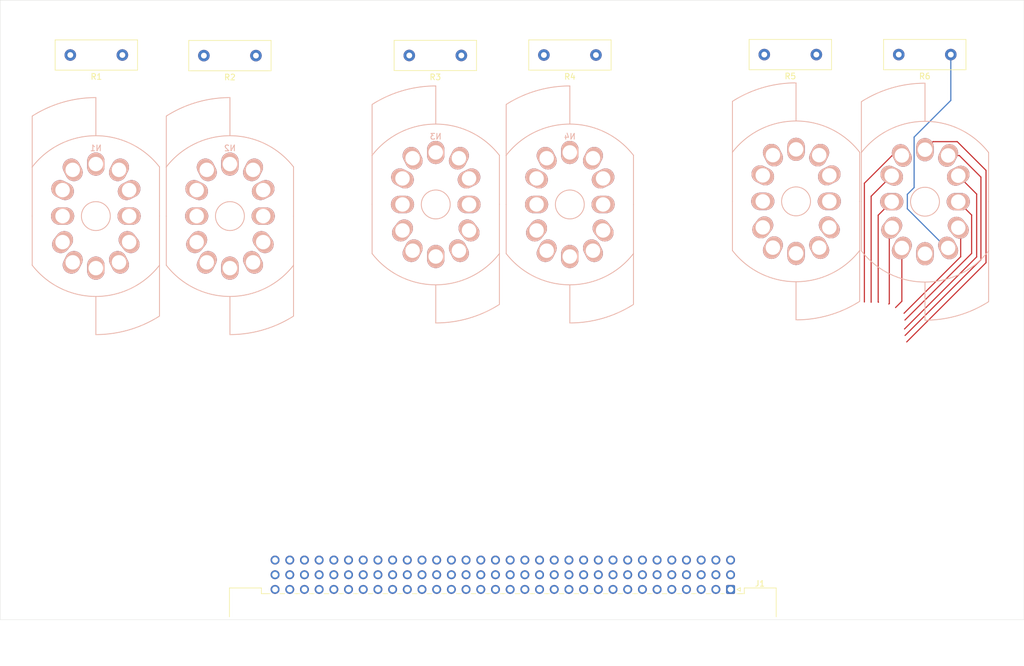
<source format=kicad_pcb>
(kicad_pcb (version 20240108) (generator "pcbnew") (generator_version "8.0")
  (layers (0 "F.Cu" signal) (31 "B.Cu" signal) (34 "B.Paste" user) (35 "F.Paste" user) (36 "B.SilkS" user "B.Silkscreen") (37 "F.SilkS" user "F.Silkscreen") (38 "B.Mask" user) (39 "F.Mask" user) (44 "Edge.Cuts" user))
  (net 0 "")
  (net 1 "/T3-6")
  (net 2 "/T2-9")
  (net 3 "/T3-2")
  (net 4 "/T4-6")
  (net 5 "/T1-4")
  (net 6 "/T6-2")
  (net 7 "Net-(J1-Pin_b1)")
  (net 8 "/T1-7")
  (net 9 "/T4-3")
  (net 10 "/T5-1")
  (net 11 "/T3-4")
  (net 12 "/T6-6")
  (net 13 "/T4-0")
  (net 14 "/T2-7")
  (net 15 "/T6-8")
  (net 16 "/T5-7")
  (net 17 "/T6-0")
  (net 18 "/T4-7")
  (net 19 "/T2-1")
  (net 20 "/T2-2")
  (net 21 "/T5-3")
  (net 22 "/T6-7")
  (net 23 "/T1-5")
  (net 24 "/T5-0")
  (net 25 "/T6-9")
  (net 26 "/T5-6")
  (net 27 "/T4-8")
  (net 28 "/T5-2")
  (net 29 "/T1-8")
  (net 30 "/T6-4")
  (net 31 "/T5-4")
  (net 32 "/T5-5")
  (net 33 "/T2-4")
  (net 34 "/T2-6")
  (net 35 "/T4-4")
  (net 37 "/T4-9")
  (net 38 "/T1-3")
  (net 39 "/T1-9")
  (net 40 "/T1-6")
  (net 41 "/T3-8")
  (net 42 "/T2-8")
  (net 43 "/T5-9")
  (net 44 "/T3-9")
  (net 46 "/T3-7")
  (net 47 "/T4-2")
  (net 48 "/T2-5")
  (net 49 "/T2-3")
  (net 50 "/T6-1")
  (net 51 "/T2-0")
  (net 52 "/T1-0")
  (net 53 "/T3-0")
  (net 54 "/T6-5")
  (net 55 "/T4-5")
  (net 56 "/T3-5")
  (net 57 "/T1-2")
  (net 58 "/T1-1")
  (net 59 "/T6-3")
  (net 60 "/T3-3")
  (net 61 "/T5-8")
  (net 62 "/T4-1")
  (net 63 "/T3-1")
  (net 64 "Net-(N1-A)")
  (net 66 "Net-(N2-A)")
  (net 68 "Net-(N3-A)")
  (net 71 "Net-(N4-A)")
  (net 73 "Net-(N5-A)")
  (net 75 "Net-(N6-A)")
  (footprint "Connector_DIN:DIN41612_R_3x32_Female_Horizontal_THT" (layer "F.Cu") (at 180.4416 122.0216 180)
    (property "Reference" "J1" (at -5.08 1 0) (layer "F.SilkS"))
    (property "Value" "DIN41612_03x32_ABC")
    (fp_line (start 86.63 0.26) (end 81.11 0.26) (stroke (width 0.12)) (layer "F.SilkS"))
    (fp_line (start 86.63 -4.74) (end 86.63 0.26) (stroke (width 0.12)) (layer "F.SilkS"))
    (fp_line (start 81.11 0.26) (end 81.11 -0.74) (stroke (width 0.12)) (layer "F.SilkS"))
    (fp_line (start 79.61 -0.74) (end 81.11 -0.74) (stroke (width 0.12)) (layer "F.SilkS"))
    (fp_line (start 77.07 -0.74) (end 77.871 -0.74) (stroke (width 0.12)) (layer "F.SilkS"))
    (fp_line (start 74.53 -0.74) (end 75.331 -0.74) (stroke (width 0.12)) (layer "F.SilkS"))
    (fp_line (start 71.99 -0.74) (end 72.791 -0.74) (stroke (width 0.12)) (layer "F.SilkS"))
    (fp_line (start 69.45 -0.74) (end 70.251 -0.74) (stroke (width 0.12)) (layer "F.SilkS"))
    (fp_line (start 66.91 -0.74) (end 67.711 -0.74) (stroke (width 0.12)) (layer "F.SilkS"))
    (fp_line (start 64.37 -0.74) (end 65.171 -0.74) (stroke (width 0.12)) (layer "F.SilkS"))
    (fp_line (start 61.83 -0.74) (end 62.631 -0.74) (stroke (width 0.12)) (layer "F.SilkS"))
    (fp_line (start 59.29 -0.74) (end 60.091 -0.74) (stroke (width 0.12)) (layer "F.SilkS"))
    (fp_line (start 56.75 -0.74) (end 57.551 -0.74) (stroke (width 0.12)) (layer "F.SilkS"))
    (fp_line (start 54.21 -0.74) (end 55.011 -0.74) (stroke (width 0.12)) (layer "F.SilkS"))
    (fp_line (start 51.67 -0.74) (end 52.471 -0.74) (stroke (width 0.12)) (layer "F.SilkS"))
    (fp_line (start 49.13 -0.74) (end 49.931 -0.74) (stroke (width 0.12)) (layer "F.SilkS"))
    (fp_line (start 46.59 -0.74) (end 47.391 -0.74) (stroke (width 0.12)) (layer "F.SilkS"))
    (fp_line (start 44.05 -0.74) (end 44.851 -0.74) (stroke (width 0.12)) (layer "F.SilkS"))
    (fp_line (start 41.51 -0.74) (end 42.311 -0.74) (stroke (width 0.12)) (layer "F.SilkS"))
    (fp_line (start 38.97 -0.74) (end 39.771 -0.74) (stroke (width 0.12)) (layer "F.SilkS"))
    (fp_line (start 36.43 -0.74) (end 37.231 -0.74) (stroke (width 0.12)) (layer "F.SilkS"))
    (fp_line (start 33.89 -0.74) (end 34.691 -0.74) (stroke (width 0.12)) (layer "F.SilkS"))
    (fp_line (start 31.35 -0.74) (end 32.151 -0.74) (stroke (width 0.12)) (layer "F.SilkS"))
    (fp_line (start 28.81 -0.74) (end 29.611 -0.74) (stroke (width 0.12)) (layer "F.SilkS"))
    (fp_line (start 26.27 -0.74) (end 27.071 -0.74) (stroke (width 0.12)) (layer "F.SilkS"))
    (fp_line (start 23.73 -0.74) (end 24.531 -0.74) (stroke (width 0.12)) (layer "F.SilkS"))
    (fp_line (start 21.19 -0.74) (end 21.991 -0.74) (stroke (width 0.12)) (layer "F.SilkS"))
    (fp_line (start 18.65 -0.74) (end 19.451 -0.74) (stroke (width 0.12)) (layer "F.SilkS"))
    (fp_line (start 16.11 -0.74) (end 16.911 -0.74) (stroke (width 0.12)) (layer "F.SilkS"))
    (fp_line (start 13.57 -0.74) (end 14.371 -0.74) (stroke (width 0.12)) (layer "F.SilkS"))
    (fp_line (start 11.03 -0.74) (end 11.831 -0.74) (stroke (width 0.12)) (layer "F.SilkS"))
    (fp_line (start 8.49 -0.74) (end 9.291 -0.74) (stroke (width 0.12)) (layer "F.SilkS"))
    (fp_line (start 5.95 -0.74) (end 6.751 -0.74) (stroke (width 0.12)) (layer "F.SilkS"))
    (fp_line (start 3.41 -0.74) (end 4.211 -0.74) (stroke (width 0.12)) (layer "F.SilkS"))
    (fp_line (start 1.095 -0.74) (end 1.671 -0.74) (stroke (width 0.12)) (layer "F.SilkS"))
    (fp_line (start -1.095 0) (end -1.695 -0.3) (stroke (width 0.12)) (layer "F.SilkS"))
    (fp_line (start -1.695 0.3) (end -1.095 0) (stroke (width 0.12)) (layer "F.SilkS"))
    (fp_line (start -1.695 -0.3) (end -1.695 0.3) (stroke (width 0.12)) (layer "F.SilkS"))
    (fp_line (start -2.37 0.26) (end -2.37 -0.74) (stroke (width 0.12)) (layer "F.SilkS"))
    (fp_line (start -2.371 -0.74) (end -1.095 -0.74) (stroke (width 0.12)) (layer "F.SilkS"))
    (fp_line (start -7.89 0.26) (end -2.37 0.26) (stroke (width 0.12)) (layer "F.SilkS"))
    (fp_line (start -7.89 -4.74) (end -7.89 0.26) (stroke (width 0.12)) (layer "F.SilkS"))
    (pad "" np_thru_hole circle (at -5.08 -2.54 180) (size 2.85 2.85) (drill 2.85) (layers "*.Cu" "*.Mask"))
    (pad "" np_thru_hole circle (at 83.82 -2.54 180) (size 2.85 2.85) (drill 2.85) (layers "*.Cu" "*.Mask"))
    (pad "a1" thru_hole roundrect (at 0 0 180) (size 1.55 1.55) (drill 1) (layers "*.Cu" "*.Mask") (roundrect_rratio 0.16129))
    (pad "a2" thru_hole circle (at 2.54 0 180) (size 1.55 1.55) (drill 1) (layers "*.Cu" "*.Mask"))
    (pad "a3" thru_hole circle (at 5.08 0 180) (size 1.55 1.55) (drill 1) (layers "*.Cu" "*.Mask") (net 44 "/T3-9"))
    (pad "a4" thru_hole circle (at 7.62 0 180) (size 1.55 1.55) (drill 1) (layers "*.Cu" "*.Mask") (net 41 "/T3-8"))
    (pad "a5" thru_hole circle (at 10.16 0 180) (size 1.55 1.55) (drill 1) (layers "*.Cu" "*.Mask") (net 46 "/T3-7"))
    (pad "a6" thru_hole circle (at 12.7 0 180) (size 1.55 1.55) (drill 1) (layers "*.Cu" "*.Mask") (net 1 "/T3-6"))
    (pad "a7" thru_hole circle (at 15.24 0 180) (size 1.55 1.55) (drill 1) (layers "*.Cu" "*.Mask") (net 56 "/T3-5"))
    (pad "a8" thru_hole circle (at 17.78 0 180) (size 1.55 1.55) (drill 1) (layers "*.Cu" "*.Mask") (net 11 "/T3-4"))
    (pad "a9" thru_hole circle (at 20.32 0 180) (size 1.55 1.55) (drill 1) (layers "*.Cu" "*.Mask") (net 60 "/T3-3"))
    (pad "a10" thru_hole circle (at 22.86 0 180) (size 1.55 1.55) (drill 1) (layers "*.Cu" "*.Mask") (net 3 "/T3-2"))
    (pad "a11" thru_hole circle (at 25.4 0 180) (size 1.55 1.55) (drill 1) (layers "*.Cu" "*.Mask") (net 63 "/T3-1"))
    (pad "a12" thru_hole circle (at 27.94 0 180) (size 1.55 1.55) (drill 1) (layers "*.Cu" "*.Mask") (net 53 "/T3-0"))
    (pad "a13" thru_hole circle (at 30.48 0 180) (size 1.55 1.55) (drill 1) (layers "*.Cu" "*.Mask") (net 2 "/T2-9"))
    (pad "a14" thru_hole circle (at 33.02 0 180) (size 1.55 1.55) (drill 1) (layers "*.Cu" "*.Mask") (net 42 "/T2-8"))
    (pad "a15" thru_hole circle (at 35.56 0 180) (size 1.55 1.55) (drill 1) (layers "*.Cu" "*.Mask") (net 14 "/T2-7"))
    (pad "a16" thru_hole circle (at 38.1 0 180) (size 1.55 1.55) (drill 1) (layers "*.Cu" "*.Mask") (net 34 "/T2-6"))
    (pad "a17" thru_hole circle (at 40.64 0 180) (size 1.55 1.55) (drill 1) (layers "*.Cu" "*.Mask") (net 48 "/T2-5"))
    (pad "a18" thru_hole circle (at 43.18 0 180) (size 1.55 1.55) (drill 1) (layers "*.Cu" "*.Mask") (net 33 "/T2-4"))
    (pad "a19" thru_hole circle (at 45.72 0 180) (size 1.55 1.55) (drill 1) (layers "*.Cu" "*.Mask") (net 49 "/T2-3"))
    (pad "a20" thru_hole circle (at 48.26 0 180) (size 1.55 1.55) (drill 1) (layers "*.Cu" "*.Mask") (net 20 "/T2-2"))
    (pad "a21" thru_hole circle (at 50.8 0 180) (size 1.55 1.55) (drill 1) (layers "*.Cu" "*.Mask") (net 19 "/T2-1"))
    (pad "a22" thru_hole circle (at 53.34 0 180) (size 1.55 1.55) (drill 1) (layers "*.Cu" "*.Mask") (net 51 "/T2-0"))
    (pad "a23" thru_hole circle (at 55.88 0 180) (size 1.55 1.55) (drill 1) (layers "*.Cu" "*.Mask") (net 39 "/T1-9"))
    (pad "a24" thru_hole circle (at 58.42 0 180) (size 1.55 1.55) (drill 1) (layers "*.Cu" "*.Mask") (net 29 "/T1-8"))
    (pad "a25" thru_hole circle (at 60.96 0 180) (size 1.55 1.55) (drill 1) (layers "*.Cu" "*.Mask") (net 8 "/T1-7"))
    (pad "a26" thru_hole circle (at 63.5 0 180) (size 1.55 1.55) (drill 1) (layers "*.Cu" "*.Mask") (net 40 "/T1-6"))
    (pad "a27" thru_hole circle (at 66.04 0 180) (size 1.55 1.55) (drill 1) (layers "*.Cu" "*.Mask") (net 23 "/T1-5"))
    (pad "a28" thru_hole circle (at 68.58 0 180) (size 1.55 1.55) (drill 1) (layers "*.Cu" "*.Mask") (net 5 "/T1-4"))
    (pad "a29" thru_hole circle (at 71.12 0 180) (size 1.55 1.55) (drill 1) (layers "*.Cu" "*.Mask") (net 38 "/T1-3"))
    (pad "a30" thru_hole circle (at 73.66 0 180) (size 1.55 1.55) (drill 1) (layers "*.Cu" "*.Mask") (net 57 "/T1-2"))
    (pad "a31" thru_hole circle (at 76.2 0 180) (size 1.55 1.55) (drill 1) (layers "*.Cu" "*.Mask") (net 58 "/T1-1"))
    (pad "a32" thru_hole circle (at 78.74 0 180) (size 1.55 1.55) (drill 1) (layers "*.Cu" "*.Mask") (net 52 "/T1-0"))
    (pad "b1" thru_hole circle (at 0 2.54 180) (size 1.55 1.55) (drill 1) (layers "*.Cu" "*.Mask") (net 7 "Net-(J1-Pin_b1)"))
    (pad "b2" thru_hole circle (at 2.54 2.54 180) (size 1.55 1.55) (drill 1) (layers "*.Cu" "*.Mask") (net 7 "Net-(J1-Pin_b1)"))
    (pad "b3" thru_hole circle (at 5.08 2.54 180) (size 1.55 1.55) (drill 1) (layers "*.Cu" "*.Mask") (net 7 "Net-(J1-Pin_b1)"))
    (pad "b4" thru_hole circle (at 7.62 2.54 180) (size 1.55 1.55) (drill 1) (layers "*.Cu" "*.Mask") (net 7 "Net-(J1-Pin_b1)"))
    (pad "b5" thru_hole circle (at 10.16 2.54 180) (size 1.55 1.55) (drill 1) (layers "*.Cu" "*.Mask") (net 7 "Net-(J1-Pin_b1)"))
    (pad "b6" thru_hole circle (at 12.7 2.54 180) (size 1.55 1.55) (drill 1) (layers "*.Cu" "*.Mask") (net 7 "Net-(J1-Pin_b1)"))
    (pad "b7" thru_hole circle (at 15.24 2.54 180) (size 1.55 1.55) (drill 1) (layers "*.Cu" "*.Mask") (net 7 "Net-(J1-Pin_b1)"))
    (pad "b8" thru_hole circle (at 17.78 2.54 180) (size 1.55 1.55) (drill 1) (layers "*.Cu" "*.Mask") (net 7 "Net-(J1-Pin_b1)"))
    (pad "b9" thru_hole circle (at 20.32 2.54 180) (size 1.55 1.55) (drill 1) (layers "*.Cu" "*.Mask") (net 7 "Net-(J1-Pin_b1)"))
    (pad "b10" thru_hole circle (at 22.86 2.54 180) (size 1.55 1.55) (drill 1) (layers "*.Cu" "*.Mask") (net 7 "Net-(J1-Pin_b1)"))
    (pad "b11" thru_hole circle (at 25.4 2.54 180) (size 1.55 1.55) (drill 1) (layers "*.Cu" "*.Mask") (net 7 "Net-(J1-Pin_b1)"))
    (pad "b12" thru_hole circle (at 27.94 2.54 180) (size 1.55 1.55) (drill 1) (layers "*.Cu" "*.Mask") (net 7 "Net-(J1-Pin_b1)"))
    (pad "b13" thru_hole circle (at 30.48 2.54 180) (size 1.55 1.55) (drill 1) (layers "*.Cu" "*.Mask") (net 7 "Net-(J1-Pin_b1)"))
    (pad "b14" thru_hole circle (at 33.02 2.54 180) (size 1.55 1.55) (drill 1) (layers "*.Cu" "*.Mask") (net 7 "Net-(J1-Pin_b1)"))
    (pad "b15" thru_hole circle (at 35.56 2.54 180) (size 1.55 1.55) (drill 1) (layers "*.Cu" "*.Mask") (net 7 "Net-(J1-Pin_b1)"))
    (pad "b16" thru_hole circle (at 38.1 2.54 180) (size 1.55 1.55) (drill 1) (layers "*.Cu" "*.Mask") (net 7 "Net-(J1-Pin_b1)"))
    (pad "b17" thru_hole circle (at 40.64 2.54 180) (size 1.55 1.55) (drill 1) (layers "*.Cu" "*.Mask") (net 7 "Net-(J1-Pin_b1)"))
    (pad "b18" thru_hole circle (at 43.18 2.54 180) (size 1.55 1.55) (drill 1) (layers "*.Cu" "*.Mask") (net 7 "Net-(J1-Pin_b1)"))
    (pad "b19" thru_hole circle (at 45.72 2.54 180) (size 1.55 1.55) (drill 1) (layers "*.Cu" "*.Mask") (net 7 "Net-(J1-Pin_b1)"))
    (pad "b20" thru_hole circle (at 48.26 2.54 180) (size 1.55 1.55) (drill 1) (layers "*.Cu" "*.Mask") (net 7 "Net-(J1-Pin_b1)"))
    (pad "b21" thru_hole circle (at 50.8 2.54 180) (size 1.55 1.55) (drill 1) (layers "*.Cu" "*.Mask") (net 7 "Net-(J1-Pin_b1)"))
    (pad "b22" thru_hole circle (at 53.34 2.54 180) (size 1.55 1.55) (drill 1) (layers "*.Cu" "*.Mask") (net 7 "Net-(J1-Pin_b1)"))
    (pad "b23" thru_hole circle (at 55.88 2.54 180) (size 1.55 1.55) (drill 1) (layers "*.Cu" "*.Mask") (net 7 "Net-(J1-Pin_b1)"))
    (pad "b24" thru_hole circle (at 58.42 2.54 180) (size 1.55 1.55) (drill 1) (layers "*.Cu" "*.Mask") (net 7 "Net-(J1-Pin_b1)"))
    (pad "b25" thru_hole circle (at 60.96 2.54 180) (size 1.55 1.55) (drill 1) (layers "*.Cu" "*.Mask") (net 7 "Net-(J1-Pin_b1)"))
    (pad "b26" thru_hole circle (at 63.5 2.54 180) (size 1.55 1.55) (drill 1) (layers "*.Cu" "*.Mask") (net 7 "Net-(J1-Pin_b1)"))
    (pad "b27" thru_hole circle (at 66.04 2.54 180) (size 1.55 1.55) (drill 1) (layers "*.Cu" "*.Mask") (net 7 "Net-(J1-Pin_b1)"))
    (pad "b28" thru_hole circle (at 68.58 2.54 180) (size 1.55 1.55) (drill 1) (layers "*.Cu" "*.Mask") (net 7 "Net-(J1-Pin_b1)"))
    (pad "b29" thru_hole circle (at 71.12 2.54 180) (size 1.55 1.55) (drill 1) (layers "*.Cu" "*.Mask") (net 7 "Net-(J1-Pin_b1)"))
    (pad "b30" thru_hole circle (at 73.66 2.54 180) (size 1.55 1.55) (drill 1) (layers "*.Cu" "*.Mask") (net 7 "Net-(J1-Pin_b1)"))
    (pad "b31" thru_hole circle (at 76.2 2.54 180) (size 1.55 1.55) (drill 1) (layers "*.Cu" "*.Mask") (net 7 "Net-(J1-Pin_b1)"))
    (pad "b32" thru_hole circle (at 78.74 2.54 180) (size 1.55 1.55) (drill 1) (layers "*.Cu" "*.Mask") (net 7 "Net-(J1-Pin_b1)"))
    (pad "c1" thru_hole circle (at 0 5.08 180) (size 1.55 1.55) (drill 1) (layers "*.Cu" "*.Mask") (net 12 "/T6-6"))
    (pad "c2" thru_hole circle (at 2.54 5.08 180) (size 1.55 1.55) (drill 1) (layers "*.Cu" "*.Mask") (net 22 "/T6-7"))
    (pad "c3" thru_hole circle (at 5.08 5.08 180) (size 1.55 1.55) (drill 1) (layers "*.Cu" "*.Mask") (net 15 "/T6-8"))
    (pad "c4" thru_hole circle (at 7.62 5.08 180) (size 1.55 1.55) (drill 1) (layers "*.Cu" "*.Mask") (net 25 "/T6-9"))
    (pad "c5" thru_hole circle (at 10.16 5.08 180) (size 1.55 1.55) (drill 1) (layers "*.Cu" "*.Mask") (net 17 "/T6-0"))
    (pad "c6" thru_hole circle (at 12.7 5.08 180) (size 1.55 1.55) (drill 1) (layers "*.Cu" "*.Mask") (net 50 "/T6-1"))
    (pad "c7" thru_hole circle (at 15.24 5.08 180) (size 1.55 1.55) (drill 1) (layers "*.Cu" "*.Mask") (net 6 "/T6-2"))
    (pad "c8" thru_hole circle (at 17.78 5.08 180) (size 1.55 1.55) (drill 1) (layers "*.Cu" "*.Mask") (net 59 "/T6-3"))
    (pad "c9" thru_hole circle (at 20.32 5.08 180) (size 1.55 1.55) (drill 1) (layers "*.Cu" "*.Mask") (net 30 "/T6-4"))
    (pad "c10" thru_hole circle (at 22.86 5.08 180) (size 1.55 1.55) (drill 1) (layers "*.Cu" "*.Mask") (net 54 "/T6-5"))
    (pad "c11" thru_hole circle (at 25.4 5.08 180) (size 1.55 1.55) (drill 1) (layers "*.Cu" "*.Mask") (net 43 "/T5-9"))
    (pad "c12" thru_hole circle (at 27.94 5.08 180) (size 1.55 1.55) (drill 1) (layers "*.Cu" "*.Mask") (net 61 "/T5-8"))
    (pad "c13" thru_hole circle (at 30.48 5.08 180) (size 1.55 1.55) (drill 1) (layers "*.Cu" "*.Mask") (net 16 "/T5-7"))
    (pad "c14" thru_hole circle (at 33.02 5.08 180) (size 1.55 1.55) (drill 1) (layers "*.Cu" "*.Mask") (net 26 "/T5-6"))
    (pad "c15" thru_hole circle (at 35.56 5.08 180) (size 1.55 1.55) (drill 1) (layers "*.Cu" "*.Mask") (net 32 "/T5-5"))
    (pad "c16" thru_hole circle (at 38.1 5.08 180) (size 1.55 1.55) (drill 1) (layers "*.Cu" "*.Mask") (net 31 "/T5-4"))
    (pad "c17" thru_hole circle (at 40.64 5.08 180) (size 1.55 1.55) (drill 1) (layers "*.Cu" "*.Mask") (net 21 "/T5-3"))
    (pad "c18" thru_hole circle (at 43.18 5.08 180) (size 1.55 1.55) (drill 1) (layers "*.Cu" "*.Mask") (net 28 "/T5-2"))
    (pad "c19" thru_hole circle (at 45.72 5.08 180) (size 1.55 1.55) (drill 1) (layers "*.Cu" "*.Mask") (net 10 "/T5-1"))
    (pad "c20" thru_hole circle (at 48.26 5.08 180) (size 1.55 1.55) (drill 1) (layers "*.Cu" "*.Mask") (net 24 "/T5-0"))
    (pad "c21" thru_hole circle (at 50.8 5.08 180) (size 1.55 1.55) (drill 1) (layers "*.Cu" "*.Mask") (net 37 "/T4-9"))
    (pad "c22" thru_hole circle (at 53.34 5.08 180) (size 1.55 1.55) (drill 1) (layers "*.Cu" "*.Mask") (net 27 "/T4-8"))
    (pad "c23" thru_hole circle (at 55.88 5.08 180) (size 1.55 1.55) (drill 1) (layers "*.Cu" "*.Mask") (net 18 "/T4-7"))
    (pad "c24" thru_hole circle (at 58.42 5.08 180) (size 1.55 1.55) (drill 1) (layers "*.Cu" "*.Mask") (net 4 "/T4-6"))
    (pad "c25" thru_hole circle (at 60.96 5.08 180) (size 1.55 1.55) (drill 1) (layers "*.Cu" "*.Mask") (net 55 "/T4-5"))
    (pad "c26" thru_hole circle (at 63.5 5.08 180) (size 1.55 1.55) (drill 1) (layers "*.Cu" "*.Mask") (net 35 "/T4-4"))
    (pad "c27" thru_hole circle (at 66.04 5.08 180) (size 1.55 1.55) (drill 1) (layers "*.Cu" "*.Mask") (net 9 "/T4-3"))
    (pad "c28" thru_hole circle (at 68.58 5.08 180) (size 1.55 1.55) (drill 1) (layers "*.Cu" "*.Mask") (net 47 "/T4-2"))
    (pad "c29" thru_hole circle (at 71.12 5.08 180) (size 1.55 1.55) (drill 1) (layers "*.Cu" "*.Mask") (net 62 "/T4-1"))
    (pad "c30" thru_hole circle (at 73.66 5.08 180) (size 1.55 1.55) (drill 1) (layers "*.Cu" "*.Mask") (net 13 "/T4-0"))
    (pad "c31" thru_hole circle (at 76.2 5.08 180) (size 1.55 1.55) (drill 1) (layers "*.Cu" "*.Mask"))
    (pad "c32" thru_hole circle (at 78.74 5.08 180) (size 1.55 1.55) (drill 1) (layers "*.Cu" "*.Mask"))
  )
  (footprint "Resistor_THT:R_Box_L14.0mm_W5.0mm_P9.00mm" (layer "F.Cu") (at 98.397035 29.6738 180)
    (property "Reference" "R2" (at 4.5 -3.75 0) (layer "F.SilkS"))
    (property "Value" "15K")
    (fp_line (start 11.62 -2.62) (end 11.62 2.62) (stroke (width 0.12)) (layer "F.SilkS"))
    (fp_line (start -2.62 2.62) (end 11.62 2.62) (stroke (width 0.12)) (layer "F.SilkS"))
    (fp_line (start -2.62 -2.62) (end 11.62 -2.62) (stroke (width 0.12)) (layer "F.SilkS"))
    (fp_line (start -2.62 -2.62) (end -2.62 2.62) (stroke (width 0.12)) (layer "F.SilkS"))
    (pad "1" thru_hole circle (at 0 0 180) (size 2 2) (drill 1) (layers "*.Cu" "*.Mask") (net 66 "Net-(N2-A)"))
    (pad "2" thru_hole circle (at 9 0 180) (size 2 2) (drill 1) (layers "*.Cu" "*.Mask") (net 7 "Net-(J1-Pin_b1)"))
  )
  (footprint "Resistor_THT:R_Box_L14.0mm_W5.0mm_P9.00mm" (layer "F.Cu") (at 75.308435 29.5722 180)
    (property "Reference" "R1" (at 4.5 -3.75 0) (layer "F.SilkS"))
    (property "Value" "15K")
    (fp_line (start 11.62 -2.62) (end 11.62 2.62) (stroke (width 0.12)) (layer "F.SilkS"))
    (fp_line (start -2.62 2.62) (end 11.62 2.62) (stroke (width 0.12)) (layer "F.SilkS"))
    (fp_line (start -2.62 -2.62) (end 11.62 -2.62) (stroke (width 0.12)) (layer "F.SilkS"))
    (fp_line (start -2.62 -2.62) (end -2.62 2.62) (stroke (width 0.12)) (layer "F.SilkS"))
    (pad "1" thru_hole circle (at 0 0 180) (size 2 2) (drill 1) (layers "*.Cu" "*.Mask") (net 64 "Net-(N1-A)"))
    (pad "2" thru_hole circle (at 9 0 180) (size 2 2) (drill 1) (layers "*.Cu" "*.Mask") (net 7 "Net-(J1-Pin_b1)"))
  )
  (footprint "Resistor_THT:R_Box_L14.0mm_W5.0mm_P9.00mm" (layer "F.Cu") (at 133.906235 29.6484 180)
    (property "Reference" "R3" (at 4.5 -3.75 0) (layer "F.SilkS"))
    (property "Value" "15K")
    (fp_line (start 11.62 -2.62) (end 11.62 2.62) (stroke (width 0.12)) (layer "F.SilkS"))
    (fp_line (start -2.62 2.62) (end 11.62 2.62) (stroke (width 0.12)) (layer "F.SilkS"))
    (fp_line (start -2.62 -2.62) (end 11.62 -2.62) (stroke (width 0.12)) (layer "F.SilkS"))
    (fp_line (start -2.62 -2.62) (end -2.62 2.62) (stroke (width 0.12)) (layer "F.SilkS"))
    (pad "1" thru_hole circle (at 0 0 180) (size 2 2) (drill 1) (layers "*.Cu" "*.Mask") (net 68 "Net-(N3-A)"))
    (pad "2" thru_hole circle (at 9 0 180) (size 2 2) (drill 1) (layers "*.Cu" "*.Mask") (net 7 "Net-(J1-Pin_b1)"))
  )
  (footprint "Resistor_THT:R_Box_L14.0mm_W5.0mm_P9.00mm" (layer "F.Cu") (at 157.172635 29.5722 180)
    (property "Reference" "R4" (at 4.5 -3.75 0) (layer "F.SilkS"))
    (property "Value" "15K")
    (fp_line (start 11.62 -2.62) (end 11.62 2.62) (stroke (width 0.12)) (layer "F.SilkS"))
    (fp_line (start -2.62 2.62) (end 11.62 2.62) (stroke (width 0.12)) (layer "F.SilkS"))
    (fp_line (start -2.62 -2.62) (end 11.62 -2.62) (stroke (width 0.12)) (layer "F.SilkS"))
    (fp_line (start -2.62 -2.62) (end -2.62 2.62) (stroke (width 0.12)) (layer "F.SilkS"))
    (pad "1" thru_hole circle (at 0 0 180) (size 2 2) (drill 1) (layers "*.Cu" "*.Mask") (net 71 "Net-(N4-A)"))
    (pad "2" thru_hole circle (at 9 0 180) (size 2 2) (drill 1) (layers "*.Cu" "*.Mask") (net 7 "Net-(J1-Pin_b1)"))
  )
  (footprint "Resistor_THT:R_Box_L14.0mm_W5.0mm_P9.00mm" (layer "F.Cu") (at 195.272635 29.496 180)
    (property "Reference" "R5" (at 4.5 -3.75 0) (layer "F.SilkS"))
    (property "Value" "15K")
    (fp_line (start 11.62 -2.62) (end 11.62 2.62) (stroke (width 0.12)) (layer "F.SilkS"))
    (fp_line (start -2.62 2.62) (end 11.62 2.62) (stroke (width 0.12)) (layer "F.SilkS"))
    (fp_line (start -2.62 -2.62) (end 11.62 -2.62) (stroke (width 0.12)) (layer "F.SilkS"))
    (fp_line (start -2.62 -2.62) (end -2.62 2.62) (stroke (width 0.12)) (layer "F.SilkS"))
    (pad "1" thru_hole circle (at 0 0 180) (size 2 2) (drill 1) (layers "*.Cu" "*.Mask") (net 73 "Net-(N5-A)"))
    (pad "2" thru_hole circle (at 9 0 180) (size 2 2) (drill 1) (layers "*.Cu" "*.Mask") (net 7 "Net-(J1-Pin_b1)"))
  )
  (footprint "Resistor_THT:R_Box_L14.0mm_W5.0mm_P9.00mm" (layer "F.Cu") (at 218.513635 29.496 180)
    (property "Reference" "R6" (at 4.5 -3.75 0) (layer "F.SilkS"))
    (property "Value" "15K")
    (fp_line (start 11.62 -2.62) (end 11.62 2.62) (stroke (width 0.12)) (layer "F.SilkS"))
    (fp_line (start -2.62 2.62) (end 11.62 2.62) (stroke (width 0.12)) (layer "F.SilkS"))
    (fp_line (start -2.62 -2.62) (end 11.62 -2.62) (stroke (width 0.12)) (layer "F.SilkS"))
    (fp_line (start -2.62 -2.62) (end -2.62 2.62) (stroke (width 0.12)) (layer "F.SilkS"))
    (pad "1" thru_hole circle (at 0 0 180) (size 2 2) (drill 1) (layers "*.Cu" "*.Mask") (net 75 "Net-(N6-A)"))
    (pad "2" thru_hole circle (at 9 0 180) (size 2 2) (drill 1) (layers "*.Cu" "*.Mask") (net 7 "Net-(J1-Pin_b1)"))
  )
  (footprint "hatsunearu:IN_12B_Socket" (layer "B.Cu") (at 70.722635 57.436)
    (property "Reference" "N1" (at 0 -11.75 0) (layer "B.SilkS") (effects (justify mirror)))
    (property "Value" "~")
    (fp_line (start -11 -8.5) (end -11 -17.3) (stroke (width 0.15)) (layer "B.SilkS"))
    (fp_line (start -11 -8.5) (end -11 0) (stroke (width 0.15)) (layer "B.SilkS"))
    (fp_line (start -11 8.5) (end -11 0) (stroke (width 0.15)) (layer "B.SilkS"))
    (fp_line (start 0 -14) (end 0 -20.5) (stroke (width 0.15)) (layer "B.SilkS"))
    (fp_line (start 0 14) (end 0 20.5) (stroke (width 0.15)) (layer "B.SilkS"))
    (fp_line (start 11 -8.5) (end 11 0) (stroke (width 0.15)) (layer "B.SilkS"))
    (fp_line (start 11 8.5) (end 11 0) (stroke (width 0.15)) (layer "B.SilkS"))
    (fp_line (start 11 8.5) (end 11 17.3) (stroke (width 0.15)) (layer "B.SilkS"))
    (fp_arc (start -11.013113 -8.483003) (mid -0.010734 -13.901435) (end 11 -8.5) (stroke (width 0.15)) (layer "B.SilkS"))
    (fp_arc (start -10.954223 -17.327868) (mid -5.702136 -19.691004) (end 0 -20.5) (stroke (width 0.15)) (layer "B.SilkS"))
    (fp_arc (start 10.923964 17.34696) (mid 5.684951 19.695973) (end 0 20.5) (stroke (width 0.15)) (layer "B.SilkS"))
    (fp_arc (start 11.013113 8.483003) (mid 0.010734 13.901435) (end -11 8.5) (stroke (width 0.15)) (layer "B.SilkS"))
    (fp_circle (center 0 0) (end 2.5 0) (stroke (width 0.15)) (fill none) (layer "B.SilkS"))
    (pad "1" thru_hole oval (at 4 8 26.6) (size 3 4) (drill 2.5) (layers "*.Cu" "*.Mask" "B.SilkS") (net 64 "Net-(N1-A)"))
    (pad "2" thru_hole oval (at 5.75 4.5 38) (size 3 4) (drill 2.5) (layers "*.Cu" "*.Mask" "B.SilkS") (net 52 "/T1-0"))
    (pad "3" thru_hole oval (at 5.75 0 90) (size 3 4) (drill 2.5) (layers "*.Cu" "*.Mask" "B.SilkS") (net 39 "/T1-9"))
    (pad "4" thru_hole oval (at 5.75 -4.5 116.6) (size 3 4) (drill 2.5) (layers "*.Cu" "*.Mask" "B.SilkS") (net 29 "/T1-8"))
    (pad "5" thru_hole oval (at 4 -8 153.4) (size 3 4) (drill 2.5) (layers "*.Cu" "*.Mask" "B.SilkS") (net 8 "/T1-7"))
    (pad "6" thru_hole oval (at 0 -9) (size 3 4) (drill 2.5) (layers "*.Cu" "*.Mask" "B.SilkS") (net 40 "/T1-6"))
    (pad "7" thru_hole oval (at -4 -8 206.6) (size 3 4) (drill 2.5) (layers "*.Cu" "*.Mask" "B.SilkS") (net 23 "/T1-5"))
    (pad "8" thru_hole oval (at -5.75 -4.5 243.4) (size 3 4) (drill 2.5) (layers "*.Cu" "*.Mask" "B.SilkS") (net 5 "/T1-4"))
    (pad "9" thru_hole oval (at -5.75 0 270) (size 3 4) (drill 2.5) (layers "*.Cu" "*.Mask" "B.SilkS") (net 38 "/T1-3"))
    (pad "10" thru_hole oval (at -5.75 4.5 322) (size 3 4) (drill 2.5) (layers "*.Cu" "*.Mask" "B.SilkS") (net 57 "/T1-2"))
    (pad "11" thru_hole oval (at -4 8 333.4) (size 3 4) (drill 2.5) (layers "*.Cu" "*.Mask" "B.SilkS") (net 58 "/T1-1"))
    (pad "12" thru_hole oval (at 0 9) (size 3 4) (drill 2.5) (layers "*.Cu" "*.Mask" "B.SilkS"))
  )
  (footprint "hatsunearu:IN_12B_Socket" (layer "B.Cu") (at 191.7604 54.8894)
    (property "Reference" "N5" (hide yes))
    (property "Value" "~")
    (fp_line (start -11 -8.5) (end -11 -17.3) (stroke (width 0.15)) (layer "B.SilkS"))
    (fp_line (start -11 -8.5) (end -11 0) (stroke (width 0.15)) (layer "B.SilkS"))
    (fp_line (start -11 8.5) (end -11 0) (stroke (width 0.15)) (layer "B.SilkS"))
    (fp_line (start 0 -14) (end 0 -20.5) (stroke (width 0.15)) (layer "B.SilkS"))
    (fp_line (start 0 14) (end 0 20.5) (stroke (width 0.15)) (layer "B.SilkS"))
    (fp_line (start 11 -8.5) (end 11 0) (stroke (width 0.15)) (layer "B.SilkS"))
    (fp_line (start 11 8.5) (end 11 0) (stroke (width 0.15)) (layer "B.SilkS"))
    (fp_line (start 11 8.5) (end 11 17.3) (stroke (width 0.15)) (layer "B.SilkS"))
    (fp_arc (start -11.013113 -8.483003) (mid -0.010734 -13.901435) (end 11 -8.5) (stroke (width 0.15)) (layer "B.SilkS"))
    (fp_arc (start -10.954223 -17.327868) (mid -5.702136 -19.691004) (end 0 -20.5) (stroke (width 0.15)) (layer "B.SilkS"))
    (fp_arc (start 10.923964 17.34696) (mid 5.684951 19.695973) (end 0 20.5) (stroke (width 0.15)) (layer "B.SilkS"))
    (fp_arc (start 11.013113 8.483003) (mid 0.010734 13.901435) (end -11 8.5) (stroke (width 0.15)) (layer "B.SilkS"))
    (fp_circle (center 0 0) (end 2.5 0) (stroke (width 0.15)) (fill none) (layer "B.SilkS"))
    (pad "1" thru_hole oval (at 4 8 26.6) (size 3 4) (drill 2.5) (layers "*.Cu" "*.Mask" "B.SilkS") (net 73 "Net-(N5-A)"))
    (pad "2" thru_hole oval (at 5.75 4.5 38) (size 3 4) (drill 2.5) (layers "*.Cu" "*.Mask" "B.SilkS") (net 24 "/T5-0"))
    (pad "3" thru_hole oval (at 5.75 0 90) (size 3 4) (drill 2.5) (layers "*.Cu" "*.Mask" "B.SilkS") (net 43 "/T5-9"))
    (pad "4" thru_hole oval (at 5.75 -4.5 116.6) (size 3 4) (drill 2.5) (layers "*.Cu" "*.Mask" "B.SilkS") (net 61 "/T5-8"))
    (pad "5" thru_hole oval (at 4 -8 153.4) (size 3 4) (drill 2.5) (layers "*.Cu" "*.Mask" "B.SilkS") (net 16 "/T5-7"))
    (pad "6" thru_hole oval (at 0 -9) (size 3 4) (drill 2.5) (layers "*.Cu" "*.Mask" "B.SilkS") (net 26 "/T5-6"))
    (pad "7" thru_hole oval (at -4 -8 206.6) (size 3 4) (drill 2.5) (layers "*.Cu" "*.Mask" "B.SilkS") (net 32 "/T5-5"))
    (pad "8" thru_hole oval (at -5.75 -4.5 243.4) (size 3 4) (drill 2.5) (layers "*.Cu" "*.Mask" "B.SilkS") (net 31 "/T5-4"))
    (pad "9" thru_hole oval (at -5.75 0 270) (size 3 4) (drill 2.5) (layers "*.Cu" "*.Mask" "B.SilkS") (net 21 "/T5-3"))
    (pad "10" thru_hole oval (at -5.75 4.5 322) (size 3 4) (drill 2.5) (layers "*.Cu" "*.Mask" "B.SilkS") (net 28 "/T5-2"))
    (pad "11" thru_hole oval (at -4 8 333.4) (size 3 4) (drill 2.5) (layers "*.Cu" "*.Mask" "B.SilkS") (net 10 "/T5-1"))
    (pad "12" thru_hole oval (at 0 9) (size 3 4) (drill 2.5) (layers "*.Cu" "*.Mask" "B.SilkS"))
  )
  (footprint "hatsunearu:IN_12B_Socket" (layer "B.Cu") (at 214.050461 54.9468)
    (property "Reference" "N6" (hide yes))
    (property "Value" "~")
    (fp_line (start -11 -8.5) (end -11 -17.3) (stroke (width 0.15)) (layer "B.SilkS"))
    (fp_line (start -11 -8.5) (end -11 0) (stroke (width 0.15)) (layer "B.SilkS"))
    (fp_line (start -11 8.5) (end -11 0) (stroke (width 0.15)) (layer "B.SilkS"))
    (fp_line (start 0 -14) (end 0 -20.5) (stroke (width 0.15)) (layer "B.SilkS"))
    (fp_line (start 0 14) (end 0 20.5) (stroke (width 0.15)) (layer "B.SilkS"))
    (fp_line (start 11 -8.5) (end 11 0) (stroke (width 0.15)) (layer "B.SilkS"))
    (fp_line (start 11 8.5) (end 11 0) (stroke (width 0.15)) (layer "B.SilkS"))
    (fp_line (start 11 8.5) (end 11 17.3) (stroke (width 0.15)) (layer "B.SilkS"))
    (fp_arc (start -11.013113 -8.483003) (mid -0.010734 -13.901435) (end 11 -8.5) (stroke (width 0.15)) (layer "B.SilkS"))
    (fp_arc (start -10.954223 -17.327868) (mid -5.702136 -19.691004) (end 0 -20.5) (stroke (width 0.15)) (layer "B.SilkS"))
    (fp_arc (start 10.923964 17.34696) (mid 5.684951 19.695973) (end 0 20.5) (stroke (width 0.15)) (layer "B.SilkS"))
    (fp_arc (start 11.013113 8.483003) (mid 0.010734 13.901435) (end -11 8.5) (stroke (width 0.15)) (layer "B.SilkS"))
    (fp_circle (center 0 0) (end 2.5 0) (stroke (width 0.15)) (fill none) (layer "B.SilkS"))
    (pad "1" thru_hole oval (at 4 8 26.6) (size 3 4) (drill 2.5) (layers "*.Cu" "*.Mask" "B.SilkS") (net 75 "Net-(N6-A)"))
    (pad "2" thru_hole oval (at 5.75 4.5 38) (size 3 4) (drill 2.5) (layers "*.Cu" "*.Mask" "B.SilkS") (net 17 "/T6-0"))
    (pad "3" thru_hole oval (at 5.75 0 90) (size 3 4) (drill 2.5) (layers "*.Cu" "*.Mask" "B.SilkS") (net 25 "/T6-9"))
    (pad "4" thru_hole oval (at 5.75 -4.5 116.6) (size 3 4) (drill 2.5) (layers "*.Cu" "*.Mask" "B.SilkS") (net 15 "/T6-8"))
    (pad "5" thru_hole oval (at 4 -8 153.4) (size 3 4) (drill 2.5) (layers "*.Cu" "*.Mask" "B.SilkS") (net 22 "/T6-7"))
    (pad "6" thru_hole oval (at 0 -9) (size 3 4) (drill 2.5) (layers "*.Cu" "*.Mask" "B.SilkS") (net 12 "/T6-6"))
    (pad "7" thru_hole oval (at -4 -8 206.6) (size 3 4) (drill 2.5) (layers "*.Cu" "*.Mask" "B.SilkS") (net 54 "/T6-5"))
    (pad "8" thru_hole oval (at -5.75 -4.5 243.4) (size 3 4) (drill 2.5) (layers "*.Cu" "*.Mask" "B.SilkS") (net 30 "/T6-4"))
    (pad "9" thru_hole oval (at -5.75 0 270) (size 3 4) (drill 2.5) (layers "*.Cu" "*.Mask" "B.SilkS") (net 59 "/T6-3"))
    (pad "10" thru_hole oval (at -5.75 4.5 322) (size 3 4) (drill 2.5) (layers "*.Cu" "*.Mask" "B.SilkS") (net 6 "/T6-2"))
    (pad "11" thru_hole oval (at -4 8 333.4) (size 3 4) (drill 2.5) (layers "*.Cu" "*.Mask" "B.SilkS") (net 50 "/T6-1"))
    (pad "12" thru_hole oval (at 0 9) (size 3 4) (drill 2.5) (layers "*.Cu" "*.Mask" "B.SilkS"))
  )
  (footprint "hatsunearu:IN_12B_Socket" (layer "B.Cu") (at 129.4796 55.4228)
    (property "Reference" "N3" (at 0 -11.75 0) (layer "B.SilkS") (effects (justify mirror)))
    (property "Value" "~")
    (fp_line (start -11 -8.5) (end -11 -17.3) (stroke (width 0.15)) (layer "B.SilkS"))
    (fp_line (start -11 -8.5) (end -11 0) (stroke (width 0.15)) (layer "B.SilkS"))
    (fp_line (start -11 8.5) (end -11 0) (stroke (width 0.15)) (layer "B.SilkS"))
    (fp_line (start 0 -14) (end 0 -20.5) (stroke (width 0.15)) (layer "B.SilkS"))
    (fp_line (start 0 14) (end 0 20.5) (stroke (width 0.15)) (layer "B.SilkS"))
    (fp_line (start 11 -8.5) (end 11 0) (stroke (width 0.15)) (layer "B.SilkS"))
    (fp_line (start 11 8.5) (end 11 0) (stroke (width 0.15)) (layer "B.SilkS"))
    (fp_line (start 11 8.5) (end 11 17.3) (stroke (width 0.15)) (layer "B.SilkS"))
    (fp_arc (start -11.013113 -8.483003) (mid -0.010734 -13.901435) (end 11 -8.5) (stroke (width 0.15)) (layer "B.SilkS"))
    (fp_arc (start -10.954223 -17.327868) (mid -5.702136 -19.691004) (end 0 -20.5) (stroke (width 0.15)) (layer "B.SilkS"))
    (fp_arc (start 10.923964 17.34696) (mid 5.684951 19.695973) (end 0 20.5) (stroke (width 0.15)) (layer "B.SilkS"))
    (fp_arc (start 11.013113 8.483003) (mid 0.010734 13.901435) (end -11 8.5) (stroke (width 0.15)) (layer "B.SilkS"))
    (fp_circle (center 0 0) (end 2.5 0) (stroke (width 0.15)) (fill none) (layer "B.SilkS"))
    (pad "1" thru_hole oval (at 4 8 26.6) (size 3 4) (drill 2.5) (layers "*.Cu" "*.Mask" "B.SilkS") (net 68 "Net-(N3-A)"))
    (pad "2" thru_hole oval (at 5.75 4.5 38) (size 3 4) (drill 2.5) (layers "*.Cu" "*.Mask" "B.SilkS") (net 53 "/T3-0"))
    (pad "3" thru_hole oval (at 5.75 0 90) (size 3 4) (drill 2.5) (layers "*.Cu" "*.Mask" "B.SilkS") (net 44 "/T3-9"))
    (pad "4" thru_hole oval (at 5.75 -4.5 116.6) (size 3 4) (drill 2.5) (layers "*.Cu" "*.Mask" "B.SilkS") (net 41 "/T3-8"))
    (pad "5" thru_hole oval (at 4 -8 153.4) (size 3 4) (drill 2.5) (layers "*.Cu" "*.Mask" "B.SilkS") (net 46 "/T3-7"))
    (pad "6" thru_hole oval (at 0 -9) (size 3 4) (drill 2.5) (layers "*.Cu" "*.Mask" "B.SilkS") (net 1 "/T3-6"))
    (pad "7" thru_hole oval (at -4 -8 206.6) (size 3 4) (drill 2.5) (layers "*.Cu" "*.Mask" "B.SilkS") (net 56 "/T3-5"))
    (pad "8" thru_hole oval (at -5.75 -4.5 243.4) (size 3 4) (drill 2.5) (layers "*.Cu" "*.Mask" "B.SilkS") (net 11 "/T3-4"))
    (pad "9" thru_hole oval (at -5.75 0 270) (size 3 4) (drill 2.5) (layers "*.Cu" "*.Mask" "B.SilkS") (net 60 "/T3-3"))
    (pad "10" thru_hole oval (at -5.75 4.5 322) (size 3 4) (drill 2.5) (layers "*.Cu" "*.Mask" "B.SilkS") (net 3 "/T3-2"))
    (pad "11" thru_hole oval (at -4 8 333.4) (size 3 4) (drill 2.5) (layers "*.Cu" "*.Mask" "B.SilkS") (net 63 "/T3-1"))
    (pad "12" thru_hole oval (at 0 9) (size 3 4) (drill 2.5) (layers "*.Cu" "*.Mask" "B.SilkS"))
  )
  (footprint "hatsunearu:IN_12B_Socket" (layer "B.Cu") (at 152.655826 55.4228)
    (property "Reference" "N4" (at 0 -11.75 0) (layer "B.SilkS") (effects (justify mirror)))
    (property "Value" "~")
    (fp_line (start -11 -8.5) (end -11 -17.3) (stroke (width 0.15)) (layer "B.SilkS"))
    (fp_line (start -11 -8.5) (end -11 0) (stroke (width 0.15)) (layer "B.SilkS"))
    (fp_line (start -11 8.5) (end -11 0) (stroke (width 0.15)) (layer "B.SilkS"))
    (fp_line (start 0 -14) (end 0 -20.5) (stroke (width 0.15)) (layer "B.SilkS"))
    (fp_line (start 0 14) (end 0 20.5) (stroke (width 0.15)) (layer "B.SilkS"))
    (fp_line (start 11 -8.5) (end 11 0) (stroke (width 0.15)) (layer "B.SilkS"))
    (fp_line (start 11 8.5) (end 11 0) (stroke (width 0.15)) (layer "B.SilkS"))
    (fp_line (start 11 8.5) (end 11 17.3) (stroke (width 0.15)) (layer "B.SilkS"))
    (fp_arc (start -11.013113 -8.483003) (mid -0.010734 -13.901435) (end 11 -8.5) (stroke (width 0.15)) (layer "B.SilkS"))
    (fp_arc (start -10.954223 -17.327868) (mid -5.702136 -19.691004) (end 0 -20.5) (stroke (width 0.15)) (layer "B.SilkS"))
    (fp_arc (start 10.923964 17.34696) (mid 5.684951 19.695973) (end 0 20.5) (stroke (width 0.15)) (layer "B.SilkS"))
    (fp_arc (start 11.013113 8.483003) (mid 0.010734 13.901435) (end -11 8.5) (stroke (width 0.15)) (layer "B.SilkS"))
    (fp_circle (center 0 0) (end 2.5 0) (stroke (width 0.15)) (fill none) (layer "B.SilkS"))
    (pad "1" thru_hole oval (at 4 8 26.6) (size 3 4) (drill 2.5) (layers "*.Cu" "*.Mask" "B.SilkS") (net 71 "Net-(N4-A)"))
    (pad "2" thru_hole oval (at 5.75 4.5 38) (size 3 4) (drill 2.5) (layers "*.Cu" "*.Mask" "B.SilkS") (net 13 "/T4-0"))
    (pad "3" thru_hole oval (at 5.75 0 90) (size 3 4) (drill 2.5) (layers "*.Cu" "*.Mask" "B.SilkS") (net 37 "/T4-9"))
    (pad "4" thru_hole oval (at 5.75 -4.5 116.6) (size 3 4) (drill 2.5) (layers "*.Cu" "*.Mask" "B.SilkS") (net 27 "/T4-8"))
    (pad "5" thru_hole oval (at 4 -8 153.4) (size 3 4) (drill 2.5) (layers "*.Cu" "*.Mask" "B.SilkS") (net 18 "/T4-7"))
    (pad "6" thru_hole oval (at 0 -9) (size 3 4) (drill 2.5) (layers "*.Cu" "*.Mask" "B.SilkS") (net 4 "/T4-6"))
    (pad "7" thru_hole oval (at -4 -8 206.6) (size 3 4) (drill 2.5) (layers "*.Cu" "*.Mask" "B.SilkS") (net 55 "/T4-5"))
    (pad "8" thru_hole oval (at -5.75 -4.5 243.4) (size 3 4) (drill 2.5) (layers "*.Cu" "*.Mask" "B.SilkS") (net 35 "/T4-4"))
    (pad "9" thru_hole oval (at -5.75 0 270) (size 3 4) (drill 2.5) (layers "*.Cu" "*.Mask" "B.SilkS") (net 9 "/T4-3"))
    (pad "10" thru_hole oval (at -5.75 4.5 322) (size 3 4) (drill 2.5) (layers "*.Cu" "*.Mask" "B.SilkS") (net 47 "/T4-2"))
    (pad "11" thru_hole oval (at -4 8 333.4) (size 3 4) (drill 2.5) (layers "*.Cu" "*.Mask" "B.SilkS") (net 62 "/T4-1"))
    (pad "12" thru_hole oval (at 0 9) (size 3 4) (drill 2.5) (layers "*.Cu" "*.Mask" "B.SilkS"))
  )
  (footprint "hatsunearu:IN_12B_Socket" (layer "B.Cu") (at 93.898861 57.436)
    (property "Reference" "N2" (at 0 -11.75 0) (layer "B.SilkS") (effects (justify mirror)))
    (property "Value" "~")
    (fp_line (start -11 -8.5) (end -11 -17.3) (stroke (width 0.15)) (layer "B.SilkS"))
    (fp_line (start -11 -8.5) (end -11 0) (stroke (width 0.15)) (layer "B.SilkS"))
    (fp_line (start -11 8.5) (end -11 0) (stroke (width 0.15)) (layer "B.SilkS"))
    (fp_line (start 0 -14) (end 0 -20.5) (stroke (width 0.15)) (layer "B.SilkS"))
    (fp_line (start 0 14) (end 0 20.5) (stroke (width 0.15)) (layer "B.SilkS"))
    (fp_line (start 11 -8.5) (end 11 0) (stroke (width 0.15)) (layer "B.SilkS"))
    (fp_line (start 11 8.5) (end 11 0) (stroke (width 0.15)) (layer "B.SilkS"))
    (fp_line (start 11 8.5) (end 11 17.3) (stroke (width 0.15)) (layer "B.SilkS"))
    (fp_arc (start -11.013113 -8.483003) (mid -0.010734 -13.901435) (end 11 -8.5) (stroke (width 0.15)) (layer "B.SilkS"))
    (fp_arc (start -10.954223 -17.327868) (mid -5.702136 -19.691004) (end 0 -20.5) (stroke (width 0.15)) (layer "B.SilkS"))
    (fp_arc (start 10.923964 17.34696) (mid 5.684951 19.695973) (end 0 20.5) (stroke (width 0.15)) (layer "B.SilkS"))
    (fp_arc (start 11.013113 8.483003) (mid 0.010734 13.901435) (end -11 8.5) (stroke (width 0.15)) (layer "B.SilkS"))
    (fp_circle (center 0 0) (end 2.5 0) (stroke (width 0.15)) (fill none) (layer "B.SilkS"))
    (pad "1" thru_hole oval (at 4 8 26.6) (size 3 4) (drill 2.5) (layers "*.Cu" "*.Mask" "B.SilkS") (net 66 "Net-(N2-A)"))
    (pad "2" thru_hole oval (at 5.75 4.5 38) (size 3 4) (drill 2.5) (layers "*.Cu" "*.Mask" "B.SilkS") (net 51 "/T2-0"))
    (pad "3" thru_hole oval (at 5.75 0 90) (size 3 4) (drill 2.5) (layers "*.Cu" "*.Mask" "B.SilkS") (net 2 "/T2-9"))
    (pad "4" thru_hole oval (at 5.75 -4.5 116.6) (size 3 4) (drill 2.5) (layers "*.Cu" "*.Mask" "B.SilkS") (net 42 "/T2-8"))
    (pad "5" thru_hole oval (at 4 -8 153.4) (size 3 4) (drill 2.5) (layers "*.Cu" "*.Mask" "B.SilkS") (net 14 "/T2-7"))
    (pad "6" thru_hole oval (at 0 -9) (size 3 4) (drill 2.5) (layers "*.Cu" "*.Mask" "B.SilkS") (net 34 "/T2-6"))
    (pad "7" thru_hole oval (at -4 -8 206.6) (size 3 4) (drill 2.5) (layers "*.Cu" "*.Mask" "B.SilkS") (net 48 "/T2-5"))
    (pad "8" thru_hole oval (at -5.75 -4.5 243.4) (size 3 4) (drill 2.5) (layers "*.Cu" "*.Mask" "B.SilkS") (net 33 "/T2-4"))
    (pad "9" thru_hole oval (at -5.75 0 270) (size 3 4) (drill 2.5) (layers "*.Cu" "*.Mask" "B.SilkS") (net 49 "/T2-3"))
    (pad "10" thru_hole oval (at -5.75 4.5 322) (size 3 4) (drill 2.5) (layers "*.Cu" "*.Mask" "B.SilkS") (net 20 "/T2-2"))
    (pad "11" thru_hole oval (at -4 8 333.4) (size 3 4) (drill 2.5) (layers "*.Cu" "*.Mask" "B.SilkS") (net 19 "/T2-1"))
    (pad "12" thru_hole oval (at 0 9) (size 3 4) (drill 2.5) (layers "*.Cu" "*.Mask" "B.SilkS"))
  )
  (gr_rect (start 54.1782 20.0787) (end 231.1654 127.2413) (stroke (width 0.05)) (fill none) (layer "Edge.Cuts"))
  (segment (start 207.883261 59.864) (end 207.883261 72.557974) (width 0.2) (layer "F.Cu") (net 6))
  (segment (start 208.300461 59.4468) (end 207.883261 59.864) (width 0.2) (layer "F.Cu") (net 6))
  (segment (start 207.883261 72.557974) (end 207.790635 72.6506) (width 0.2) (layer "F.Cu") (net 6))
  (segment (start 224.6 65.493235) (end 210.889435 79.2038) (width 0.2) (layer "F.Cu") (net 12))
  (segment (start 219.625238 44.556403) (end 224.6 49.531165) (width 0.2) (layer "F.Cu") (net 12))
  (segment (start 214.050461 45.9468) (end 215.440858 44.556403) (width 0.2) (layer "F.Cu") (net 12))
  (segment (start 224.6 49.531165) (end 224.6 65.493235) (width 0.2) (layer "F.Cu") (net 12))
  (segment (start 215.440858 44.556403) (end 219.625238 44.556403) (width 0.2) (layer "F.Cu") (net 12))
  (segment (start 222.98 64.497035) (end 210.508435 76.9686) (width 0.2) (layer "F.Cu") (net 15))
  (segment (start 219.800461 50.4468) (end 222.98 53.626339) (width 0.2) (layer "F.Cu") (net 15))
  (segment (start 222.98 53.626339) (end 222.98 64.497035) (width 0.2) (layer "F.Cu") (net 15))
  (segment (start 219.800461 59.777174) (end 219.800461 59.4468) (width 0.2) (layer "F.Cu") (net 17))
  (segment (start 220.217661 64.465374) (end 210.432235 74.2508) (width 0.2) (layer "F.Cu") (net 17))
  (segment (start 219.800461 59.4468) (end 220.217661 59.864) (width 0.2) (layer "F.Cu") (net 17))
  (segment (start 219.576235 60.0014) (end 219.800461 59.777174) (width 0.2) (layer "F.Cu") (net 17))
  (segment (start 220.217661 59.864) (end 220.217661 64.465374) (width 0.2) (layer "F.Cu") (net 17))
  (segment (start 218.050461 46.9468) (end 219.974341 46.9468) (width 0.2) (layer "F.Cu") (net 22))
  (segment (start 219.974341 46.9468) (end 223.72 50.692459) (width 0.2) (layer "F.Cu") (net 22))
  (segment (start 223.72 64.976235) (end 210.610035 78.0862) (width 0.2) (layer "F.Cu") (net 22))
  (segment (start 218.050461 46.9468) (end 216.833035 48.164226) (width 0.2) (layer "F.Cu") (net 22))
  (segment (start 223.72 50.692459) (end 223.72 64.976235) (width 0.2) (layer "F.Cu") (net 22))
  (segment (start 218.050461 46.9468) (end 217.341035 47.656226) (width 0.2) (layer "F.Cu") (net 22))
  (segment (start 222.11 63.893835) (end 210.584635 75.4192) (width 0.2) (layer "F.Cu") (net 25))
  (segment (start 222.11 57.256339) (end 222.11 63.893835) (width 0.2) (layer "F.Cu") (net 25))
  (segment (start 219.800461 54.9468) (end 222.11 57.256339) (width 0.2) (layer "F.Cu") (net 25))
  (segment (start 208.300461 50.4468) (end 204.742635 54.004626) (width 0.2) (layer "F.Cu") (net 30))
  (segment (start 204.742635 54.004626) (end 204.742635 72.3458) (width 0.2) (layer "F.Cu") (net 30))
  (segment (start 210.050461 72.168774) (end 208.959035 73.2602) (width 0.2) (layer "F.Cu") (net 50))
  (segment (start 210.050461 62.9468) (end 210.050461 72.168774) (width 0.2) (layer "F.Cu") (net 50))
  (segment (start 208.381235 46.9468) (end 203.574235 51.7538) (width 0.2) (layer "F.Cu") (net 54))
  (segment (start 210.050461 46.9468) (end 208.381235 46.9468) (width 0.2) (layer "F.Cu") (net 54))
  (segment (start 203.574235 51.7538) (end 203.574235 72.295) (width 0.2) (layer "F.Cu") (net 54))
  (segment (start 205.961835 72.295) (end 206.012635 72.3458) (width 0.2) (layer "F.Cu") (net 59))
  (segment (start 205.961835 57.285426) (end 205.961835 72.295) (width 0.2) (layer "F.Cu") (net 59))
  (segment (start 208.300461 54.9468) (end 205.961835 57.285426) (width 0.2) (layer "F.Cu") (net 59))
  (segment (start 218.513635 29.551) (end 218.513635 29.496) (width 0.2) (layer "F.Cu") (net 75))
  (segment (start 218.513635 37.426365) (end 212.17 43.77) (width 0.2) (layer "B.Cu") (net 75))
  (segment (start 212.17 43.77) (end 212.17 52.5) (width 0.2) (layer "B.Cu") (net 75))
  (segment (start 218.513635 29.496) (end 218.513635 37.426365) (width 0.2) (layer "B.Cu") (net 75))
  (segment (start 217.7668 62.9468) (end 218.050461 62.9468) (width 0.2) (layer "B.Cu") (net 75))
  (segment (start 211 56.18) (end 217.7668 62.9468) (width 0.2) (layer "B.Cu") (net 75))
  (segment (start 211 53.67) (end 211 56.18) (width 0.2) (layer "B.Cu") (net 75))
  (segment (start 212.17 52.5) (end 211 53.67) (width 0.2) (layer "B.Cu") (net 75))
)
</source>
